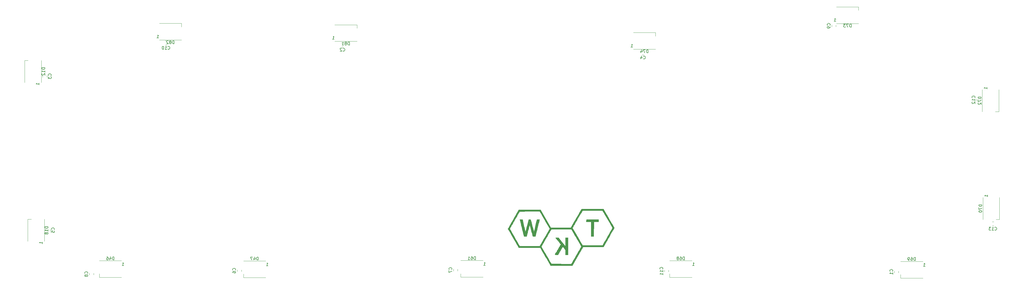
<source format=gbr>
G04 #@! TF.GenerationSoftware,KiCad,Pcbnew,5.1.5+dfsg1-2build2*
G04 #@! TF.CreationDate,2020-08-15T11:38:24+01:00*
G04 #@! TF.ProjectId,stoutgatv2,73746f75-7467-4617-9476-322e6b696361,0.2*
G04 #@! TF.SameCoordinates,Original*
G04 #@! TF.FileFunction,Legend,Bot*
G04 #@! TF.FilePolarity,Positive*
%FSLAX46Y46*%
G04 Gerber Fmt 4.6, Leading zero omitted, Abs format (unit mm)*
G04 Created by KiCad (PCBNEW 5.1.5+dfsg1-2build2) date 2020-08-15 11:38:24*
%MOMM*%
%LPD*%
G04 APERTURE LIST*
%ADD10C,0.010000*%
%ADD11C,0.120000*%
%ADD12C,0.150000*%
G04 APERTURE END LIST*
D10*
G36*
X251081823Y-163472267D02*
G01*
X249092156Y-163487100D01*
X249058776Y-164249100D01*
X250644378Y-164249100D01*
X250644378Y-169103322D01*
X251489833Y-169103322D01*
X251519267Y-164277322D01*
X253071489Y-164245914D01*
X253071489Y-163457434D01*
X251081823Y-163472267D01*
G37*
X251081823Y-163472267D02*
X249092156Y-163487100D01*
X249058776Y-164249100D01*
X250644378Y-164249100D01*
X250644378Y-169103322D01*
X251489833Y-169103322D01*
X251519267Y-164277322D01*
X253071489Y-164245914D01*
X253071489Y-163457434D01*
X251081823Y-163472267D01*
G36*
X230365655Y-163470123D02*
G01*
X230073085Y-163487100D01*
X229531787Y-165560452D01*
X229409838Y-166025636D01*
X229296109Y-166455792D01*
X229193864Y-166838839D01*
X229106372Y-167162699D01*
X229036899Y-167415289D01*
X228988713Y-167584531D01*
X228965080Y-167658344D01*
X228963873Y-167660420D01*
X228946098Y-167613345D01*
X228906833Y-167467745D01*
X228848882Y-167235335D01*
X228775051Y-166927833D01*
X228688144Y-166556955D01*
X228590967Y-166134420D01*
X228486324Y-165671944D01*
X228464136Y-165572956D01*
X227991013Y-163458878D01*
X227121865Y-163458878D01*
X227191440Y-163755211D01*
X227250133Y-164002543D01*
X227326498Y-164320256D01*
X227417395Y-164695611D01*
X227519683Y-165115869D01*
X227630222Y-165568292D01*
X227745872Y-166040140D01*
X227863493Y-166518676D01*
X227979945Y-166991160D01*
X228092086Y-167444854D01*
X228196778Y-167867019D01*
X228290879Y-168244918D01*
X228371249Y-168565810D01*
X228434750Y-168816957D01*
X228478239Y-168985621D01*
X228498576Y-169059063D01*
X228499378Y-169060989D01*
X228564262Y-169081699D01*
X228711503Y-169096784D01*
X228910601Y-169103263D01*
X228932319Y-169103322D01*
X229339819Y-169103322D01*
X229444705Y-168694100D01*
X229529647Y-168365398D01*
X229626126Y-167996590D01*
X229730123Y-167602589D01*
X229837619Y-167198306D01*
X229944595Y-166798655D01*
X230047033Y-166418546D01*
X230140912Y-166072893D01*
X230222215Y-165776608D01*
X230286922Y-165544603D01*
X230331015Y-165391791D01*
X230350474Y-165333083D01*
X230350536Y-165333017D01*
X230376952Y-165367603D01*
X230417731Y-165481390D01*
X230438995Y-165555736D01*
X230472541Y-165679643D01*
X230530975Y-165893708D01*
X230609166Y-166179263D01*
X230701984Y-166517641D01*
X230804295Y-166890177D01*
X230910971Y-167278201D01*
X231016878Y-167663049D01*
X231116887Y-168026052D01*
X231205867Y-168348543D01*
X231278685Y-168611857D01*
X231317176Y-168750544D01*
X231415331Y-169103322D01*
X231831182Y-169103322D01*
X232082320Y-169094406D01*
X232227123Y-169067100D01*
X232269501Y-169032767D01*
X232293418Y-168944198D01*
X232333884Y-168781950D01*
X232378762Y-168595322D01*
X232411588Y-168458567D01*
X232467814Y-168226606D01*
X232543920Y-167913868D01*
X232636387Y-167534779D01*
X232741695Y-167103767D01*
X232856324Y-166635258D01*
X232976756Y-166143680D01*
X232998456Y-166055171D01*
X233117394Y-165568887D01*
X233229101Y-165109807D01*
X233330405Y-164691143D01*
X233418132Y-164326107D01*
X233489113Y-164027910D01*
X233540173Y-163809765D01*
X233568141Y-163684883D01*
X233571039Y-163670393D01*
X233610720Y-163458878D01*
X232761603Y-163458878D01*
X232649096Y-163952767D01*
X232606714Y-164139594D01*
X232544115Y-164416596D01*
X232465799Y-164763797D01*
X232376270Y-165161223D01*
X232280030Y-165588899D01*
X232181582Y-166026850D01*
X232178372Y-166041134D01*
X232085791Y-166447648D01*
X231999506Y-166815938D01*
X231922928Y-167132276D01*
X231859466Y-167382937D01*
X231812529Y-167554193D01*
X231785527Y-167632318D01*
X231782308Y-167635689D01*
X231746286Y-167586914D01*
X231708904Y-167467827D01*
X231705474Y-167452322D01*
X231681387Y-167351521D01*
X231632855Y-167158260D01*
X231564223Y-166889237D01*
X231479839Y-166561147D01*
X231384048Y-166190688D01*
X231281198Y-165794555D01*
X231175634Y-165389445D01*
X231071704Y-164992055D01*
X230973753Y-164619080D01*
X230886128Y-164287217D01*
X230813176Y-164013162D01*
X230759244Y-163813612D01*
X230742274Y-163752345D01*
X230658225Y-163453145D01*
X230365655Y-163470123D01*
G37*
X230365655Y-163470123D02*
X230073085Y-163487100D01*
X229531787Y-165560452D01*
X229409838Y-166025636D01*
X229296109Y-166455792D01*
X229193864Y-166838839D01*
X229106372Y-167162699D01*
X229036899Y-167415289D01*
X228988713Y-167584531D01*
X228965080Y-167658344D01*
X228963873Y-167660420D01*
X228946098Y-167613345D01*
X228906833Y-167467745D01*
X228848882Y-167235335D01*
X228775051Y-166927833D01*
X228688144Y-166556955D01*
X228590967Y-166134420D01*
X228486324Y-165671944D01*
X228464136Y-165572956D01*
X227991013Y-163458878D01*
X227121865Y-163458878D01*
X227191440Y-163755211D01*
X227250133Y-164002543D01*
X227326498Y-164320256D01*
X227417395Y-164695611D01*
X227519683Y-165115869D01*
X227630222Y-165568292D01*
X227745872Y-166040140D01*
X227863493Y-166518676D01*
X227979945Y-166991160D01*
X228092086Y-167444854D01*
X228196778Y-167867019D01*
X228290879Y-168244918D01*
X228371249Y-168565810D01*
X228434750Y-168816957D01*
X228478239Y-168985621D01*
X228498576Y-169059063D01*
X228499378Y-169060989D01*
X228564262Y-169081699D01*
X228711503Y-169096784D01*
X228910601Y-169103263D01*
X228932319Y-169103322D01*
X229339819Y-169103322D01*
X229444705Y-168694100D01*
X229529647Y-168365398D01*
X229626126Y-167996590D01*
X229730123Y-167602589D01*
X229837619Y-167198306D01*
X229944595Y-166798655D01*
X230047033Y-166418546D01*
X230140912Y-166072893D01*
X230222215Y-165776608D01*
X230286922Y-165544603D01*
X230331015Y-165391791D01*
X230350474Y-165333083D01*
X230350536Y-165333017D01*
X230376952Y-165367603D01*
X230417731Y-165481390D01*
X230438995Y-165555736D01*
X230472541Y-165679643D01*
X230530975Y-165893708D01*
X230609166Y-166179263D01*
X230701984Y-166517641D01*
X230804295Y-166890177D01*
X230910971Y-167278201D01*
X231016878Y-167663049D01*
X231116887Y-168026052D01*
X231205867Y-168348543D01*
X231278685Y-168611857D01*
X231317176Y-168750544D01*
X231415331Y-169103322D01*
X231831182Y-169103322D01*
X232082320Y-169094406D01*
X232227123Y-169067100D01*
X232269501Y-169032767D01*
X232293418Y-168944198D01*
X232333884Y-168781950D01*
X232378762Y-168595322D01*
X232411588Y-168458567D01*
X232467814Y-168226606D01*
X232543920Y-167913868D01*
X232636387Y-167534779D01*
X232741695Y-167103767D01*
X232856324Y-166635258D01*
X232976756Y-166143680D01*
X232998456Y-166055171D01*
X233117394Y-165568887D01*
X233229101Y-165109807D01*
X233330405Y-164691143D01*
X233418132Y-164326107D01*
X233489113Y-164027910D01*
X233540173Y-163809765D01*
X233568141Y-163684883D01*
X233571039Y-163670393D01*
X233610720Y-163458878D01*
X232761603Y-163458878D01*
X232649096Y-163952767D01*
X232606714Y-164139594D01*
X232544115Y-164416596D01*
X232465799Y-164763797D01*
X232376270Y-165161223D01*
X232280030Y-165588899D01*
X232181582Y-166026850D01*
X232178372Y-166041134D01*
X232085791Y-166447648D01*
X231999506Y-166815938D01*
X231922928Y-167132276D01*
X231859466Y-167382937D01*
X231812529Y-167554193D01*
X231785527Y-167632318D01*
X231782308Y-167635689D01*
X231746286Y-167586914D01*
X231708904Y-167467827D01*
X231705474Y-167452322D01*
X231681387Y-167351521D01*
X231632855Y-167158260D01*
X231564223Y-166889237D01*
X231479839Y-166561147D01*
X231384048Y-166190688D01*
X231281198Y-165794555D01*
X231175634Y-165389445D01*
X231071704Y-164992055D01*
X230973753Y-164619080D01*
X230886128Y-164287217D01*
X230813176Y-164013162D01*
X230759244Y-163813612D01*
X230742274Y-163752345D01*
X230658225Y-163453145D01*
X230365655Y-163470123D01*
G36*
X242177712Y-170909544D02*
G01*
X242176094Y-171295170D01*
X242171544Y-171640515D01*
X242164515Y-171930483D01*
X242155459Y-172149982D01*
X242144831Y-172283917D01*
X242135378Y-172319318D01*
X242091527Y-172276148D01*
X241987136Y-172154411D01*
X241830839Y-171964750D01*
X241631271Y-171717810D01*
X241397068Y-171424235D01*
X241136864Y-171094669D01*
X240992378Y-170910341D01*
X239891712Y-169502702D01*
X239393119Y-169500567D01*
X239158205Y-169505205D01*
X238993095Y-169520052D01*
X238916189Y-169543124D01*
X238913341Y-169552314D01*
X238953140Y-169609481D01*
X239054674Y-169740816D01*
X239207717Y-169933508D01*
X239402042Y-170174746D01*
X239627422Y-170451719D01*
X239778823Y-170636446D01*
X240018126Y-170928450D01*
X240232711Y-171191845D01*
X240412390Y-171413997D01*
X240546974Y-171582273D01*
X240626274Y-171684040D01*
X240643247Y-171708283D01*
X240619557Y-171764912D01*
X240544158Y-171906644D01*
X240423660Y-172121920D01*
X240264672Y-172399183D01*
X240073802Y-172726876D01*
X239857659Y-173093442D01*
X239692476Y-173370970D01*
X239460353Y-173760276D01*
X239246470Y-174120489D01*
X239057827Y-174439705D01*
X238901423Y-174706020D01*
X238784257Y-174907530D01*
X238713329Y-175032330D01*
X238695013Y-175067475D01*
X238704010Y-175104632D01*
X238776626Y-175127814D01*
X238929458Y-175139676D01*
X239166577Y-175142878D01*
X239667076Y-175142878D01*
X240454357Y-173816433D01*
X240661966Y-173468562D01*
X240851407Y-173154789D01*
X241014972Y-172887592D01*
X241144952Y-172679445D01*
X241233636Y-172542824D01*
X241273317Y-172490205D01*
X241274031Y-172489989D01*
X241320103Y-172531184D01*
X241422005Y-172643488D01*
X241564895Y-172809977D01*
X241733931Y-173013728D01*
X241742068Y-173023689D01*
X242177712Y-173557389D01*
X242177712Y-175142878D01*
X242967934Y-175142878D01*
X242967934Y-169498433D01*
X242177712Y-169498433D01*
X242177712Y-170909544D01*
G37*
X242177712Y-170909544D02*
X242176094Y-171295170D01*
X242171544Y-171640515D01*
X242164515Y-171930483D01*
X242155459Y-172149982D01*
X242144831Y-172283917D01*
X242135378Y-172319318D01*
X242091527Y-172276148D01*
X241987136Y-172154411D01*
X241830839Y-171964750D01*
X241631271Y-171717810D01*
X241397068Y-171424235D01*
X241136864Y-171094669D01*
X240992378Y-170910341D01*
X239891712Y-169502702D01*
X239393119Y-169500567D01*
X239158205Y-169505205D01*
X238993095Y-169520052D01*
X238916189Y-169543124D01*
X238913341Y-169552314D01*
X238953140Y-169609481D01*
X239054674Y-169740816D01*
X239207717Y-169933508D01*
X239402042Y-170174746D01*
X239627422Y-170451719D01*
X239778823Y-170636446D01*
X240018126Y-170928450D01*
X240232711Y-171191845D01*
X240412390Y-171413997D01*
X240546974Y-171582273D01*
X240626274Y-171684040D01*
X240643247Y-171708283D01*
X240619557Y-171764912D01*
X240544158Y-171906644D01*
X240423660Y-172121920D01*
X240264672Y-172399183D01*
X240073802Y-172726876D01*
X239857659Y-173093442D01*
X239692476Y-173370970D01*
X239460353Y-173760276D01*
X239246470Y-174120489D01*
X239057827Y-174439705D01*
X238901423Y-174706020D01*
X238784257Y-174907530D01*
X238713329Y-175032330D01*
X238695013Y-175067475D01*
X238704010Y-175104632D01*
X238776626Y-175127814D01*
X238929458Y-175139676D01*
X239166577Y-175142878D01*
X239667076Y-175142878D01*
X240454357Y-173816433D01*
X240661966Y-173468562D01*
X240851407Y-173154789D01*
X241014972Y-172887592D01*
X241144952Y-172679445D01*
X241233636Y-172542824D01*
X241273317Y-172490205D01*
X241274031Y-172489989D01*
X241320103Y-172531184D01*
X241422005Y-172643488D01*
X241564895Y-172809977D01*
X241733931Y-173013728D01*
X241742068Y-173023689D01*
X242177712Y-173557389D01*
X242177712Y-175142878D01*
X242967934Y-175142878D01*
X242967934Y-169498433D01*
X242177712Y-169498433D01*
X242177712Y-170909544D01*
G36*
X246913596Y-161045878D02*
G01*
X246748312Y-161331684D01*
X246537107Y-161697095D01*
X246290480Y-162123936D01*
X246018929Y-162594032D01*
X245732954Y-163089208D01*
X245443051Y-163591290D01*
X245159721Y-164082103D01*
X245136661Y-164122055D01*
X243955712Y-166168122D01*
X237351712Y-166166746D01*
X235660063Y-163232367D01*
X233968414Y-160297989D01*
X226795422Y-160297989D01*
X226508487Y-160791878D01*
X226100548Y-161494870D01*
X225704292Y-162179329D01*
X225323556Y-162838535D01*
X224962177Y-163465769D01*
X224623993Y-164054311D01*
X224312841Y-164597443D01*
X224032559Y-165088444D01*
X223786984Y-165520597D01*
X223579953Y-165887180D01*
X223415304Y-166181475D01*
X223296875Y-166396763D01*
X223228502Y-166526325D01*
X223212378Y-166563322D01*
X223240144Y-166623242D01*
X223320883Y-166773995D01*
X223450757Y-167008862D01*
X223625930Y-167321123D01*
X223842563Y-167704059D01*
X224096820Y-168150951D01*
X224384863Y-168655080D01*
X224702854Y-169209725D01*
X225046956Y-169808168D01*
X225413332Y-170443690D01*
X225798143Y-171109571D01*
X226197554Y-171799092D01*
X226508487Y-172334767D01*
X226795422Y-172828656D01*
X233852156Y-172829816D01*
X234166243Y-173379569D01*
X234258842Y-173541093D01*
X234400745Y-173787883D01*
X234584763Y-174107469D01*
X234803707Y-174487380D01*
X235050389Y-174915145D01*
X235317618Y-175378295D01*
X235598207Y-175864358D01*
X235857950Y-176314100D01*
X237235570Y-178698878D01*
X244410294Y-178698878D01*
X246186780Y-175622849D01*
X247963267Y-172546820D01*
X251323474Y-172546626D01*
X254683680Y-172546433D01*
X254745744Y-172438819D01*
X247436094Y-172438819D01*
X247188425Y-172873626D01*
X247017480Y-173172914D01*
X246814437Y-173527032D01*
X246585830Y-173924696D01*
X246338191Y-174354624D01*
X246078055Y-174805532D01*
X245811955Y-175266138D01*
X245546424Y-175725160D01*
X245287996Y-176171313D01*
X245043203Y-176593316D01*
X244818579Y-176979885D01*
X244620658Y-177319739D01*
X244455974Y-177601593D01*
X244331058Y-177814165D01*
X244252445Y-177946172D01*
X244231754Y-177979665D01*
X244094620Y-178191786D01*
X237523752Y-178162656D01*
X237319658Y-177823989D01*
X237235252Y-177681774D01*
X237104791Y-177459229D01*
X236938481Y-177173897D01*
X236746529Y-176843316D01*
X236539142Y-176485028D01*
X236367170Y-176187100D01*
X236112783Y-175745813D01*
X235827193Y-175250381D01*
X235530664Y-174735960D01*
X235243463Y-174237708D01*
X234985853Y-173790781D01*
X234912548Y-173663600D01*
X234206321Y-172438322D01*
X235746490Y-169768933D01*
X236040326Y-169259974D01*
X236320626Y-168775056D01*
X236581687Y-168324006D01*
X236817806Y-167916651D01*
X237023280Y-167562817D01*
X237192404Y-167272330D01*
X237319475Y-167055017D01*
X237398791Y-166920705D01*
X237418958Y-166887423D01*
X237551257Y-166675302D01*
X240836936Y-166689868D01*
X244122614Y-166704433D01*
X245055163Y-168317387D01*
X245324933Y-168784045D01*
X245617023Y-169289414D01*
X245915887Y-169806590D01*
X246205981Y-170308672D01*
X246471761Y-170768759D01*
X246697681Y-171159949D01*
X246711903Y-171184580D01*
X247436094Y-172438819D01*
X254745744Y-172438819D01*
X255863745Y-170500322D01*
X256148170Y-170007454D01*
X256442116Y-169498621D01*
X256734704Y-168992619D01*
X257015055Y-168508246D01*
X257272288Y-168064298D01*
X257495525Y-167679570D01*
X257673886Y-167372860D01*
X257681996Y-167358941D01*
X257903048Y-166973063D01*
X258075442Y-166658209D01*
X258196076Y-166420469D01*
X258261852Y-166265934D01*
X258267505Y-166225317D01*
X257669270Y-166225317D01*
X257649844Y-166295552D01*
X257576960Y-166453895D01*
X257455245Y-166691659D01*
X257289328Y-167000155D01*
X257083838Y-167370695D01*
X256843404Y-167794589D01*
X256707073Y-168031539D01*
X256437017Y-168498956D01*
X256151346Y-168993692D01*
X255863501Y-169492448D01*
X255586923Y-169971925D01*
X255335056Y-170408823D01*
X255121341Y-170779845D01*
X255055195Y-170894775D01*
X254397934Y-172037116D01*
X251097245Y-172023664D01*
X247796556Y-172010211D01*
X247028643Y-170683767D01*
X246787028Y-170266340D01*
X246506220Y-169781075D01*
X246203518Y-169257873D01*
X245896218Y-168726635D01*
X245601619Y-168217259D01*
X245371824Y-167819850D01*
X244644302Y-166561511D01*
X236995834Y-166561511D01*
X235456521Y-169229416D01*
X235162766Y-169738236D01*
X234882546Y-170223015D01*
X234621565Y-170673924D01*
X234385531Y-171081133D01*
X234180146Y-171434812D01*
X234011118Y-171725131D01*
X233884152Y-171942261D01*
X233804952Y-172076371D01*
X233784910Y-172109443D01*
X233652611Y-172321564D01*
X230366147Y-172306999D01*
X227079683Y-172292433D01*
X226762588Y-171756211D01*
X226514247Y-171334420D01*
X226248883Y-170880419D01*
X225972187Y-170404219D01*
X225689854Y-169915829D01*
X225407577Y-169425257D01*
X225131051Y-168942514D01*
X224865969Y-168477610D01*
X224618025Y-168040553D01*
X224392913Y-167641353D01*
X224196327Y-167290020D01*
X224033959Y-166996563D01*
X223911505Y-166770992D01*
X223834658Y-166623316D01*
X223809077Y-166564044D01*
X223836523Y-166500994D01*
X223915073Y-166350369D01*
X224039045Y-166122159D01*
X224202758Y-165826358D01*
X224400528Y-165472954D01*
X224626673Y-165071941D01*
X224875513Y-164633309D01*
X225141363Y-164167049D01*
X225418543Y-163683153D01*
X225701370Y-163191612D01*
X225984162Y-162702417D01*
X226261237Y-162225560D01*
X226526913Y-161771031D01*
X226762731Y-161370433D01*
X227079683Y-160834211D01*
X230366040Y-160819646D01*
X233652397Y-160805080D01*
X233789532Y-161017201D01*
X233840898Y-161101833D01*
X233942040Y-161273026D01*
X234086423Y-161519500D01*
X234267516Y-161829973D01*
X234478786Y-162193163D01*
X234713701Y-162597788D01*
X234965727Y-163032567D01*
X235228332Y-163486218D01*
X235494984Y-163947460D01*
X235759149Y-164405010D01*
X236014296Y-164847588D01*
X236253891Y-165263911D01*
X236471403Y-165642699D01*
X236660297Y-165972669D01*
X236747184Y-166124972D01*
X236995834Y-166561511D01*
X244644302Y-166561511D01*
X244482918Y-166282378D01*
X244666702Y-165957183D01*
X244761471Y-165790699D01*
X244904797Y-165540502D01*
X245088621Y-165220544D01*
X245304887Y-164844777D01*
X245545536Y-164427156D01*
X245802511Y-163981633D01*
X246067753Y-163522160D01*
X246333206Y-163062690D01*
X246590810Y-162617176D01*
X246832509Y-162199571D01*
X247050245Y-161823828D01*
X247235959Y-161503899D01*
X247381594Y-161253737D01*
X247478553Y-161088211D01*
X247794809Y-160551989D01*
X254397059Y-160551989D01*
X254714162Y-161088211D01*
X254851363Y-161321529D01*
X255024550Y-161618117D01*
X255227363Y-161966919D01*
X255453443Y-162356880D01*
X255696430Y-162776946D01*
X255949965Y-163216061D01*
X256207689Y-163663171D01*
X256463242Y-164107221D01*
X256710265Y-164537156D01*
X256942399Y-164941920D01*
X257153285Y-165310459D01*
X257336562Y-165631718D01*
X257485873Y-165894643D01*
X257594856Y-166088177D01*
X257657154Y-166201267D01*
X257669270Y-166225317D01*
X258267505Y-166225317D01*
X258270775Y-166201830D01*
X258232585Y-166140832D01*
X258144352Y-165992735D01*
X258012347Y-165768279D01*
X257842843Y-165478206D01*
X257642109Y-165133256D01*
X257416417Y-164744170D01*
X257172038Y-164321689D01*
X257081239Y-164164433D01*
X256824946Y-163720535D01*
X256579507Y-163295803D01*
X256352202Y-162902807D01*
X256150310Y-162554117D01*
X255981112Y-162262305D01*
X255851886Y-162039941D01*
X255769912Y-161899595D01*
X255757439Y-161878433D01*
X255663321Y-161717803D01*
X255528527Y-161485707D01*
X255368412Y-161208682D01*
X255198332Y-160913262D01*
X255128651Y-160791878D01*
X254683532Y-160015767D01*
X247509581Y-160015767D01*
X246913596Y-161045878D01*
G37*
X246913596Y-161045878D02*
X246748312Y-161331684D01*
X246537107Y-161697095D01*
X246290480Y-162123936D01*
X246018929Y-162594032D01*
X245732954Y-163089208D01*
X245443051Y-163591290D01*
X245159721Y-164082103D01*
X245136661Y-164122055D01*
X243955712Y-166168122D01*
X237351712Y-166166746D01*
X235660063Y-163232367D01*
X233968414Y-160297989D01*
X226795422Y-160297989D01*
X226508487Y-160791878D01*
X226100548Y-161494870D01*
X225704292Y-162179329D01*
X225323556Y-162838535D01*
X224962177Y-163465769D01*
X224623993Y-164054311D01*
X224312841Y-164597443D01*
X224032559Y-165088444D01*
X223786984Y-165520597D01*
X223579953Y-165887180D01*
X223415304Y-166181475D01*
X223296875Y-166396763D01*
X223228502Y-166526325D01*
X223212378Y-166563322D01*
X223240144Y-166623242D01*
X223320883Y-166773995D01*
X223450757Y-167008862D01*
X223625930Y-167321123D01*
X223842563Y-167704059D01*
X224096820Y-168150951D01*
X224384863Y-168655080D01*
X224702854Y-169209725D01*
X225046956Y-169808168D01*
X225413332Y-170443690D01*
X225798143Y-171109571D01*
X226197554Y-171799092D01*
X226508487Y-172334767D01*
X226795422Y-172828656D01*
X233852156Y-172829816D01*
X234166243Y-173379569D01*
X234258842Y-173541093D01*
X234400745Y-173787883D01*
X234584763Y-174107469D01*
X234803707Y-174487380D01*
X235050389Y-174915145D01*
X235317618Y-175378295D01*
X235598207Y-175864358D01*
X235857950Y-176314100D01*
X237235570Y-178698878D01*
X244410294Y-178698878D01*
X246186780Y-175622849D01*
X247963267Y-172546820D01*
X251323474Y-172546626D01*
X254683680Y-172546433D01*
X254745744Y-172438819D01*
X247436094Y-172438819D01*
X247188425Y-172873626D01*
X247017480Y-173172914D01*
X246814437Y-173527032D01*
X246585830Y-173924696D01*
X246338191Y-174354624D01*
X246078055Y-174805532D01*
X245811955Y-175266138D01*
X245546424Y-175725160D01*
X245287996Y-176171313D01*
X245043203Y-176593316D01*
X244818579Y-176979885D01*
X244620658Y-177319739D01*
X244455974Y-177601593D01*
X244331058Y-177814165D01*
X244252445Y-177946172D01*
X244231754Y-177979665D01*
X244094620Y-178191786D01*
X237523752Y-178162656D01*
X237319658Y-177823989D01*
X237235252Y-177681774D01*
X237104791Y-177459229D01*
X236938481Y-177173897D01*
X236746529Y-176843316D01*
X236539142Y-176485028D01*
X236367170Y-176187100D01*
X236112783Y-175745813D01*
X235827193Y-175250381D01*
X235530664Y-174735960D01*
X235243463Y-174237708D01*
X234985853Y-173790781D01*
X234912548Y-173663600D01*
X234206321Y-172438322D01*
X235746490Y-169768933D01*
X236040326Y-169259974D01*
X236320626Y-168775056D01*
X236581687Y-168324006D01*
X236817806Y-167916651D01*
X237023280Y-167562817D01*
X237192404Y-167272330D01*
X237319475Y-167055017D01*
X237398791Y-166920705D01*
X237418958Y-166887423D01*
X237551257Y-166675302D01*
X240836936Y-166689868D01*
X244122614Y-166704433D01*
X245055163Y-168317387D01*
X245324933Y-168784045D01*
X245617023Y-169289414D01*
X245915887Y-169806590D01*
X246205981Y-170308672D01*
X246471761Y-170768759D01*
X246697681Y-171159949D01*
X246711903Y-171184580D01*
X247436094Y-172438819D01*
X254745744Y-172438819D01*
X255863745Y-170500322D01*
X256148170Y-170007454D01*
X256442116Y-169498621D01*
X256734704Y-168992619D01*
X257015055Y-168508246D01*
X257272288Y-168064298D01*
X257495525Y-167679570D01*
X257673886Y-167372860D01*
X257681996Y-167358941D01*
X257903048Y-166973063D01*
X258075442Y-166658209D01*
X258196076Y-166420469D01*
X258261852Y-166265934D01*
X258267505Y-166225317D01*
X257669270Y-166225317D01*
X257649844Y-166295552D01*
X257576960Y-166453895D01*
X257455245Y-166691659D01*
X257289328Y-167000155D01*
X257083838Y-167370695D01*
X256843404Y-167794589D01*
X256707073Y-168031539D01*
X256437017Y-168498956D01*
X256151346Y-168993692D01*
X255863501Y-169492448D01*
X255586923Y-169971925D01*
X255335056Y-170408823D01*
X255121341Y-170779845D01*
X255055195Y-170894775D01*
X254397934Y-172037116D01*
X251097245Y-172023664D01*
X247796556Y-172010211D01*
X247028643Y-170683767D01*
X246787028Y-170266340D01*
X246506220Y-169781075D01*
X246203518Y-169257873D01*
X245896218Y-168726635D01*
X245601619Y-168217259D01*
X245371824Y-167819850D01*
X244644302Y-166561511D01*
X236995834Y-166561511D01*
X235456521Y-169229416D01*
X235162766Y-169738236D01*
X234882546Y-170223015D01*
X234621565Y-170673924D01*
X234385531Y-171081133D01*
X234180146Y-171434812D01*
X234011118Y-171725131D01*
X233884152Y-171942261D01*
X233804952Y-172076371D01*
X233784910Y-172109443D01*
X233652611Y-172321564D01*
X230366147Y-172306999D01*
X227079683Y-172292433D01*
X226762588Y-171756211D01*
X226514247Y-171334420D01*
X226248883Y-170880419D01*
X225972187Y-170404219D01*
X225689854Y-169915829D01*
X225407577Y-169425257D01*
X225131051Y-168942514D01*
X224865969Y-168477610D01*
X224618025Y-168040553D01*
X224392913Y-167641353D01*
X224196327Y-167290020D01*
X224033959Y-166996563D01*
X223911505Y-166770992D01*
X223834658Y-166623316D01*
X223809077Y-166564044D01*
X223836523Y-166500994D01*
X223915073Y-166350369D01*
X224039045Y-166122159D01*
X224202758Y-165826358D01*
X224400528Y-165472954D01*
X224626673Y-165071941D01*
X224875513Y-164633309D01*
X225141363Y-164167049D01*
X225418543Y-163683153D01*
X225701370Y-163191612D01*
X225984162Y-162702417D01*
X226261237Y-162225560D01*
X226526913Y-161771031D01*
X226762731Y-161370433D01*
X227079683Y-160834211D01*
X230366040Y-160819646D01*
X233652397Y-160805080D01*
X233789532Y-161017201D01*
X233840898Y-161101833D01*
X233942040Y-161273026D01*
X234086423Y-161519500D01*
X234267516Y-161829973D01*
X234478786Y-162193163D01*
X234713701Y-162597788D01*
X234965727Y-163032567D01*
X235228332Y-163486218D01*
X235494984Y-163947460D01*
X235759149Y-164405010D01*
X236014296Y-164847588D01*
X236253891Y-165263911D01*
X236471403Y-165642699D01*
X236660297Y-165972669D01*
X236747184Y-166124972D01*
X236995834Y-166561511D01*
X244644302Y-166561511D01*
X244482918Y-166282378D01*
X244666702Y-165957183D01*
X244761471Y-165790699D01*
X244904797Y-165540502D01*
X245088621Y-165220544D01*
X245304887Y-164844777D01*
X245545536Y-164427156D01*
X245802511Y-163981633D01*
X246067753Y-163522160D01*
X246333206Y-163062690D01*
X246590810Y-162617176D01*
X246832509Y-162199571D01*
X247050245Y-161823828D01*
X247235959Y-161503899D01*
X247381594Y-161253737D01*
X247478553Y-161088211D01*
X247794809Y-160551989D01*
X254397059Y-160551989D01*
X254714162Y-161088211D01*
X254851363Y-161321529D01*
X255024550Y-161618117D01*
X255227363Y-161966919D01*
X255453443Y-162356880D01*
X255696430Y-162776946D01*
X255949965Y-163216061D01*
X256207689Y-163663171D01*
X256463242Y-164107221D01*
X256710265Y-164537156D01*
X256942399Y-164941920D01*
X257153285Y-165310459D01*
X257336562Y-165631718D01*
X257485873Y-165894643D01*
X257594856Y-166088177D01*
X257657154Y-166201267D01*
X257669270Y-166225317D01*
X258267505Y-166225317D01*
X258270775Y-166201830D01*
X258232585Y-166140832D01*
X258144352Y-165992735D01*
X258012347Y-165768279D01*
X257842843Y-165478206D01*
X257642109Y-165133256D01*
X257416417Y-164744170D01*
X257172038Y-164321689D01*
X257081239Y-164164433D01*
X256824946Y-163720535D01*
X256579507Y-163295803D01*
X256352202Y-162902807D01*
X256150310Y-162554117D01*
X255981112Y-162262305D01*
X255851886Y-162039941D01*
X255769912Y-161899595D01*
X255757439Y-161878433D01*
X255663321Y-161717803D01*
X255528527Y-161485707D01*
X255368412Y-161208682D01*
X255198332Y-160913262D01*
X255128651Y-160791878D01*
X254683532Y-160015767D01*
X247509581Y-160015767D01*
X246913596Y-161045878D01*
D11*
X382928122Y-164212200D02*
X383445278Y-164212200D01*
X382928122Y-165632200D02*
X383445278Y-165632200D01*
X379220800Y-123670322D02*
X379220800Y-124187478D01*
X377800800Y-123670322D02*
X377800800Y-124187478D01*
X276223800Y-180286922D02*
X276223800Y-180804078D01*
X274803800Y-180286922D02*
X274803800Y-180804078D01*
X110129822Y-104420600D02*
X110646978Y-104420600D01*
X110129822Y-105840600D02*
X110646978Y-105840600D01*
X331443400Y-99205522D02*
X331443400Y-99722678D01*
X330023400Y-99205522D02*
X330023400Y-99722678D01*
X86511200Y-181302922D02*
X86511200Y-181820078D01*
X85091200Y-181302922D02*
X85091200Y-181820078D01*
X206627800Y-179956722D02*
X206627800Y-180473878D01*
X205207800Y-179956722D02*
X205207800Y-180473878D01*
X135279200Y-180185322D02*
X135279200Y-180702478D01*
X133859200Y-180185322D02*
X133859200Y-180702478D01*
X70765600Y-167314378D02*
X70765600Y-166797222D01*
X72185600Y-167314378D02*
X72185600Y-166797222D01*
X267459722Y-107621000D02*
X267976878Y-107621000D01*
X267459722Y-109041000D02*
X267976878Y-109041000D01*
X69724200Y-116385078D02*
X69724200Y-115867922D01*
X71144200Y-116385078D02*
X71144200Y-115867922D01*
X168348922Y-105030200D02*
X168866078Y-105030200D01*
X168348922Y-106450200D02*
X168866078Y-106450200D01*
X352093600Y-180566322D02*
X352093600Y-181083478D01*
X350673600Y-180566322D02*
X350673600Y-181083478D01*
X115497800Y-98672000D02*
X115497800Y-99822000D01*
X108197800Y-98672000D02*
X115497800Y-98672000D01*
X108197800Y-104172000D02*
X115497800Y-104172000D01*
X173384400Y-99104200D02*
X173384400Y-100254200D01*
X166084400Y-99104200D02*
X173384400Y-99104200D01*
X166084400Y-104604200D02*
X173384400Y-104604200D01*
X271874000Y-101694800D02*
X271874000Y-102844800D01*
X264574000Y-101694800D02*
X271874000Y-101694800D01*
X264574000Y-107194800D02*
X271874000Y-107194800D01*
X338879200Y-93185800D02*
X338879200Y-94335800D01*
X331579200Y-93185800D02*
X338879200Y-93185800D01*
X331579200Y-98685800D02*
X338879200Y-98685800D01*
X385147000Y-127856000D02*
X383997000Y-127856000D01*
X385147000Y-120556000D02*
X385147000Y-127856000D01*
X379647000Y-120556000D02*
X379647000Y-127856000D01*
X385375600Y-163492200D02*
X384225600Y-163492200D01*
X385375600Y-156192200D02*
X385375600Y-163492200D01*
X379875600Y-156192200D02*
X379875600Y-163492200D01*
X352762800Y-182861400D02*
X352762800Y-181711400D01*
X360062800Y-182861400D02*
X352762800Y-182861400D01*
X360062800Y-177361400D02*
X352762800Y-177361400D01*
X276576600Y-182633000D02*
X276576600Y-181483000D01*
X283876600Y-182633000D02*
X276576600Y-182633000D01*
X283876600Y-177133000D02*
X276576600Y-177133000D01*
X207652600Y-182556600D02*
X207652600Y-181406600D01*
X214952600Y-182556600D02*
X207652600Y-182556600D01*
X214952600Y-177056600D02*
X207652600Y-177056600D01*
X135973800Y-182709000D02*
X135973800Y-181559000D01*
X143273800Y-182709000D02*
X135973800Y-182709000D01*
X143273800Y-177209000D02*
X135973800Y-177209000D01*
X88399600Y-182632800D02*
X88399600Y-181482800D01*
X95699600Y-182632800D02*
X88399600Y-182632800D01*
X95699600Y-177132800D02*
X88399600Y-177132800D01*
X64788600Y-163431200D02*
X65938600Y-163431200D01*
X64788600Y-170731200D02*
X64788600Y-163431200D01*
X70288600Y-170731200D02*
X70288600Y-163431200D01*
X63747200Y-110878600D02*
X64897200Y-110878600D01*
X63747200Y-118178600D02*
X63747200Y-110878600D01*
X69247200Y-118178600D02*
X69247200Y-110878600D01*
D12*
X383829557Y-166929342D02*
X383877176Y-166976961D01*
X384020033Y-167024580D01*
X384115271Y-167024580D01*
X384258128Y-166976961D01*
X384353366Y-166881723D01*
X384400985Y-166786485D01*
X384448604Y-166596009D01*
X384448604Y-166453152D01*
X384400985Y-166262676D01*
X384353366Y-166167438D01*
X384258128Y-166072200D01*
X384115271Y-166024580D01*
X384020033Y-166024580D01*
X383877176Y-166072200D01*
X383829557Y-166119819D01*
X382877176Y-167024580D02*
X383448604Y-167024580D01*
X383162890Y-167024580D02*
X383162890Y-166024580D01*
X383258128Y-166167438D01*
X383353366Y-166262676D01*
X383448604Y-166310295D01*
X382543842Y-166024580D02*
X381924795Y-166024580D01*
X382258128Y-166405533D01*
X382115271Y-166405533D01*
X382020033Y-166453152D01*
X381972414Y-166500771D01*
X381924795Y-166596009D01*
X381924795Y-166834104D01*
X381972414Y-166929342D01*
X382020033Y-166976961D01*
X382115271Y-167024580D01*
X382400985Y-167024580D01*
X382496223Y-166976961D01*
X382543842Y-166929342D01*
X377217942Y-123286042D02*
X377265561Y-123238423D01*
X377313180Y-123095566D01*
X377313180Y-123000328D01*
X377265561Y-122857471D01*
X377170323Y-122762233D01*
X377075085Y-122714614D01*
X376884609Y-122666995D01*
X376741752Y-122666995D01*
X376551276Y-122714614D01*
X376456038Y-122762233D01*
X376360800Y-122857471D01*
X376313180Y-123000328D01*
X376313180Y-123095566D01*
X376360800Y-123238423D01*
X376408419Y-123286042D01*
X377313180Y-124238423D02*
X377313180Y-123666995D01*
X377313180Y-123952709D02*
X376313180Y-123952709D01*
X376456038Y-123857471D01*
X376551276Y-123762233D01*
X376598895Y-123666995D01*
X376408419Y-124619376D02*
X376360800Y-124666995D01*
X376313180Y-124762233D01*
X376313180Y-125000328D01*
X376360800Y-125095566D01*
X376408419Y-125143185D01*
X376503657Y-125190804D01*
X376598895Y-125190804D01*
X376741752Y-125143185D01*
X377313180Y-124571757D01*
X377313180Y-125190804D01*
X274220942Y-179902642D02*
X274268561Y-179855023D01*
X274316180Y-179712166D01*
X274316180Y-179616928D01*
X274268561Y-179474071D01*
X274173323Y-179378833D01*
X274078085Y-179331214D01*
X273887609Y-179283595D01*
X273744752Y-179283595D01*
X273554276Y-179331214D01*
X273459038Y-179378833D01*
X273363800Y-179474071D01*
X273316180Y-179616928D01*
X273316180Y-179712166D01*
X273363800Y-179855023D01*
X273411419Y-179902642D01*
X274316180Y-180855023D02*
X274316180Y-180283595D01*
X274316180Y-180569309D02*
X273316180Y-180569309D01*
X273459038Y-180474071D01*
X273554276Y-180378833D01*
X273601895Y-180283595D01*
X274316180Y-181807404D02*
X274316180Y-181235976D01*
X274316180Y-181521690D02*
X273316180Y-181521690D01*
X273459038Y-181426452D01*
X273554276Y-181331214D01*
X273601895Y-181235976D01*
X111031257Y-107137742D02*
X111078876Y-107185361D01*
X111221733Y-107232980D01*
X111316971Y-107232980D01*
X111459828Y-107185361D01*
X111555066Y-107090123D01*
X111602685Y-106994885D01*
X111650304Y-106804409D01*
X111650304Y-106661552D01*
X111602685Y-106471076D01*
X111555066Y-106375838D01*
X111459828Y-106280600D01*
X111316971Y-106232980D01*
X111221733Y-106232980D01*
X111078876Y-106280600D01*
X111031257Y-106328219D01*
X110078876Y-107232980D02*
X110650304Y-107232980D01*
X110364590Y-107232980D02*
X110364590Y-106232980D01*
X110459828Y-106375838D01*
X110555066Y-106471076D01*
X110650304Y-106518695D01*
X109459828Y-106232980D02*
X109364590Y-106232980D01*
X109269352Y-106280600D01*
X109221733Y-106328219D01*
X109174114Y-106423457D01*
X109126495Y-106613933D01*
X109126495Y-106852028D01*
X109174114Y-107042504D01*
X109221733Y-107137742D01*
X109269352Y-107185361D01*
X109364590Y-107232980D01*
X109459828Y-107232980D01*
X109555066Y-107185361D01*
X109602685Y-107137742D01*
X109650304Y-107042504D01*
X109697923Y-106852028D01*
X109697923Y-106613933D01*
X109650304Y-106423457D01*
X109602685Y-106328219D01*
X109555066Y-106280600D01*
X109459828Y-106232980D01*
X329440542Y-99297433D02*
X329488161Y-99249814D01*
X329535780Y-99106957D01*
X329535780Y-99011719D01*
X329488161Y-98868861D01*
X329392923Y-98773623D01*
X329297685Y-98726004D01*
X329107209Y-98678385D01*
X328964352Y-98678385D01*
X328773876Y-98726004D01*
X328678638Y-98773623D01*
X328583400Y-98868861D01*
X328535780Y-99011719D01*
X328535780Y-99106957D01*
X328583400Y-99249814D01*
X328631019Y-99297433D01*
X329535780Y-99773623D02*
X329535780Y-99964100D01*
X329488161Y-100059338D01*
X329440542Y-100106957D01*
X329297685Y-100202195D01*
X329107209Y-100249814D01*
X328726257Y-100249814D01*
X328631019Y-100202195D01*
X328583400Y-100154576D01*
X328535780Y-100059338D01*
X328535780Y-99868861D01*
X328583400Y-99773623D01*
X328631019Y-99726004D01*
X328726257Y-99678385D01*
X328964352Y-99678385D01*
X329059590Y-99726004D01*
X329107209Y-99773623D01*
X329154828Y-99868861D01*
X329154828Y-100059338D01*
X329107209Y-100154576D01*
X329059590Y-100202195D01*
X328964352Y-100249814D01*
X84508342Y-181394833D02*
X84555961Y-181347214D01*
X84603580Y-181204357D01*
X84603580Y-181109119D01*
X84555961Y-180966261D01*
X84460723Y-180871023D01*
X84365485Y-180823404D01*
X84175009Y-180775785D01*
X84032152Y-180775785D01*
X83841676Y-180823404D01*
X83746438Y-180871023D01*
X83651200Y-180966261D01*
X83603580Y-181109119D01*
X83603580Y-181204357D01*
X83651200Y-181347214D01*
X83698819Y-181394833D01*
X84032152Y-181966261D02*
X83984533Y-181871023D01*
X83936914Y-181823404D01*
X83841676Y-181775785D01*
X83794057Y-181775785D01*
X83698819Y-181823404D01*
X83651200Y-181871023D01*
X83603580Y-181966261D01*
X83603580Y-182156738D01*
X83651200Y-182251976D01*
X83698819Y-182299595D01*
X83794057Y-182347214D01*
X83841676Y-182347214D01*
X83936914Y-182299595D01*
X83984533Y-182251976D01*
X84032152Y-182156738D01*
X84032152Y-181966261D01*
X84079771Y-181871023D01*
X84127390Y-181823404D01*
X84222628Y-181775785D01*
X84413104Y-181775785D01*
X84508342Y-181823404D01*
X84555961Y-181871023D01*
X84603580Y-181966261D01*
X84603580Y-182156738D01*
X84555961Y-182251976D01*
X84508342Y-182299595D01*
X84413104Y-182347214D01*
X84222628Y-182347214D01*
X84127390Y-182299595D01*
X84079771Y-182251976D01*
X84032152Y-182156738D01*
X204624942Y-180048633D02*
X204672561Y-180001014D01*
X204720180Y-179858157D01*
X204720180Y-179762919D01*
X204672561Y-179620061D01*
X204577323Y-179524823D01*
X204482085Y-179477204D01*
X204291609Y-179429585D01*
X204148752Y-179429585D01*
X203958276Y-179477204D01*
X203863038Y-179524823D01*
X203767800Y-179620061D01*
X203720180Y-179762919D01*
X203720180Y-179858157D01*
X203767800Y-180001014D01*
X203815419Y-180048633D01*
X203720180Y-180381966D02*
X203720180Y-181048633D01*
X204720180Y-180620061D01*
X133276342Y-180277233D02*
X133323961Y-180229614D01*
X133371580Y-180086757D01*
X133371580Y-179991519D01*
X133323961Y-179848661D01*
X133228723Y-179753423D01*
X133133485Y-179705804D01*
X132943009Y-179658185D01*
X132800152Y-179658185D01*
X132609676Y-179705804D01*
X132514438Y-179753423D01*
X132419200Y-179848661D01*
X132371580Y-179991519D01*
X132371580Y-180086757D01*
X132419200Y-180229614D01*
X132466819Y-180277233D01*
X132371580Y-181134376D02*
X132371580Y-180943900D01*
X132419200Y-180848661D01*
X132466819Y-180801042D01*
X132609676Y-180705804D01*
X132800152Y-180658185D01*
X133181104Y-180658185D01*
X133276342Y-180705804D01*
X133323961Y-180753423D01*
X133371580Y-180848661D01*
X133371580Y-181039138D01*
X133323961Y-181134376D01*
X133276342Y-181181995D01*
X133181104Y-181229614D01*
X132943009Y-181229614D01*
X132847771Y-181181995D01*
X132800152Y-181134376D01*
X132752533Y-181039138D01*
X132752533Y-180848661D01*
X132800152Y-180753423D01*
X132847771Y-180705804D01*
X132943009Y-180658185D01*
X73482742Y-166889133D02*
X73530361Y-166841514D01*
X73577980Y-166698657D01*
X73577980Y-166603419D01*
X73530361Y-166460561D01*
X73435123Y-166365323D01*
X73339885Y-166317704D01*
X73149409Y-166270085D01*
X73006552Y-166270085D01*
X72816076Y-166317704D01*
X72720838Y-166365323D01*
X72625600Y-166460561D01*
X72577980Y-166603419D01*
X72577980Y-166698657D01*
X72625600Y-166841514D01*
X72673219Y-166889133D01*
X72577980Y-167793895D02*
X72577980Y-167317704D01*
X73054171Y-167270085D01*
X73006552Y-167317704D01*
X72958933Y-167412942D01*
X72958933Y-167651038D01*
X73006552Y-167746276D01*
X73054171Y-167793895D01*
X73149409Y-167841514D01*
X73387504Y-167841514D01*
X73482742Y-167793895D01*
X73530361Y-167746276D01*
X73577980Y-167651038D01*
X73577980Y-167412942D01*
X73530361Y-167317704D01*
X73482742Y-167270085D01*
X267884966Y-110338142D02*
X267932585Y-110385761D01*
X268075442Y-110433380D01*
X268170680Y-110433380D01*
X268313538Y-110385761D01*
X268408776Y-110290523D01*
X268456395Y-110195285D01*
X268504014Y-110004809D01*
X268504014Y-109861952D01*
X268456395Y-109671476D01*
X268408776Y-109576238D01*
X268313538Y-109481000D01*
X268170680Y-109433380D01*
X268075442Y-109433380D01*
X267932585Y-109481000D01*
X267884966Y-109528619D01*
X267027823Y-109766714D02*
X267027823Y-110433380D01*
X267265919Y-109385761D02*
X267504014Y-110100047D01*
X266884966Y-110100047D01*
X72441342Y-115959833D02*
X72488961Y-115912214D01*
X72536580Y-115769357D01*
X72536580Y-115674119D01*
X72488961Y-115531261D01*
X72393723Y-115436023D01*
X72298485Y-115388404D01*
X72108009Y-115340785D01*
X71965152Y-115340785D01*
X71774676Y-115388404D01*
X71679438Y-115436023D01*
X71584200Y-115531261D01*
X71536580Y-115674119D01*
X71536580Y-115769357D01*
X71584200Y-115912214D01*
X71631819Y-115959833D01*
X71536580Y-116293166D02*
X71536580Y-116912214D01*
X71917533Y-116578880D01*
X71917533Y-116721738D01*
X71965152Y-116816976D01*
X72012771Y-116864595D01*
X72108009Y-116912214D01*
X72346104Y-116912214D01*
X72441342Y-116864595D01*
X72488961Y-116816976D01*
X72536580Y-116721738D01*
X72536580Y-116436023D01*
X72488961Y-116340785D01*
X72441342Y-116293166D01*
X168774166Y-107747342D02*
X168821785Y-107794961D01*
X168964642Y-107842580D01*
X169059880Y-107842580D01*
X169202738Y-107794961D01*
X169297976Y-107699723D01*
X169345595Y-107604485D01*
X169393214Y-107414009D01*
X169393214Y-107271152D01*
X169345595Y-107080676D01*
X169297976Y-106985438D01*
X169202738Y-106890200D01*
X169059880Y-106842580D01*
X168964642Y-106842580D01*
X168821785Y-106890200D01*
X168774166Y-106937819D01*
X168393214Y-106937819D02*
X168345595Y-106890200D01*
X168250357Y-106842580D01*
X168012261Y-106842580D01*
X167917023Y-106890200D01*
X167869404Y-106937819D01*
X167821785Y-107033057D01*
X167821785Y-107128295D01*
X167869404Y-107271152D01*
X168440833Y-107842580D01*
X167821785Y-107842580D01*
X350090742Y-180658233D02*
X350138361Y-180610614D01*
X350185980Y-180467757D01*
X350185980Y-180372519D01*
X350138361Y-180229661D01*
X350043123Y-180134423D01*
X349947885Y-180086804D01*
X349757409Y-180039185D01*
X349614552Y-180039185D01*
X349424076Y-180086804D01*
X349328838Y-180134423D01*
X349233600Y-180229661D01*
X349185980Y-180372519D01*
X349185980Y-180467757D01*
X349233600Y-180610614D01*
X349281219Y-180658233D01*
X350185980Y-181610614D02*
X350185980Y-181039185D01*
X350185980Y-181324900D02*
X349185980Y-181324900D01*
X349328838Y-181229661D01*
X349424076Y-181134423D01*
X349471695Y-181039185D01*
X113062085Y-105374380D02*
X113062085Y-104374380D01*
X112823990Y-104374380D01*
X112681133Y-104422000D01*
X112585895Y-104517238D01*
X112538276Y-104612476D01*
X112490657Y-104802952D01*
X112490657Y-104945809D01*
X112538276Y-105136285D01*
X112585895Y-105231523D01*
X112681133Y-105326761D01*
X112823990Y-105374380D01*
X113062085Y-105374380D01*
X111919228Y-104802952D02*
X112014466Y-104755333D01*
X112062085Y-104707714D01*
X112109704Y-104612476D01*
X112109704Y-104564857D01*
X112062085Y-104469619D01*
X112014466Y-104422000D01*
X111919228Y-104374380D01*
X111728752Y-104374380D01*
X111633514Y-104422000D01*
X111585895Y-104469619D01*
X111538276Y-104564857D01*
X111538276Y-104612476D01*
X111585895Y-104707714D01*
X111633514Y-104755333D01*
X111728752Y-104802952D01*
X111919228Y-104802952D01*
X112014466Y-104850571D01*
X112062085Y-104898190D01*
X112109704Y-104993428D01*
X112109704Y-105183904D01*
X112062085Y-105279142D01*
X112014466Y-105326761D01*
X111919228Y-105374380D01*
X111728752Y-105374380D01*
X111633514Y-105326761D01*
X111585895Y-105279142D01*
X111538276Y-105183904D01*
X111538276Y-104993428D01*
X111585895Y-104898190D01*
X111633514Y-104850571D01*
X111728752Y-104802952D01*
X111157323Y-104469619D02*
X111109704Y-104422000D01*
X111014466Y-104374380D01*
X110776371Y-104374380D01*
X110681133Y-104422000D01*
X110633514Y-104469619D01*
X110585895Y-104564857D01*
X110585895Y-104660095D01*
X110633514Y-104802952D01*
X111204942Y-105374380D01*
X110585895Y-105374380D01*
X107412085Y-103474380D02*
X107983514Y-103474380D01*
X107697800Y-103474380D02*
X107697800Y-102474380D01*
X107793038Y-102617238D01*
X107888276Y-102712476D01*
X107983514Y-102760095D01*
X170948685Y-105806580D02*
X170948685Y-104806580D01*
X170710590Y-104806580D01*
X170567733Y-104854200D01*
X170472495Y-104949438D01*
X170424876Y-105044676D01*
X170377257Y-105235152D01*
X170377257Y-105378009D01*
X170424876Y-105568485D01*
X170472495Y-105663723D01*
X170567733Y-105758961D01*
X170710590Y-105806580D01*
X170948685Y-105806580D01*
X169805828Y-105235152D02*
X169901066Y-105187533D01*
X169948685Y-105139914D01*
X169996304Y-105044676D01*
X169996304Y-104997057D01*
X169948685Y-104901819D01*
X169901066Y-104854200D01*
X169805828Y-104806580D01*
X169615352Y-104806580D01*
X169520114Y-104854200D01*
X169472495Y-104901819D01*
X169424876Y-104997057D01*
X169424876Y-105044676D01*
X169472495Y-105139914D01*
X169520114Y-105187533D01*
X169615352Y-105235152D01*
X169805828Y-105235152D01*
X169901066Y-105282771D01*
X169948685Y-105330390D01*
X169996304Y-105425628D01*
X169996304Y-105616104D01*
X169948685Y-105711342D01*
X169901066Y-105758961D01*
X169805828Y-105806580D01*
X169615352Y-105806580D01*
X169520114Y-105758961D01*
X169472495Y-105711342D01*
X169424876Y-105616104D01*
X169424876Y-105425628D01*
X169472495Y-105330390D01*
X169520114Y-105282771D01*
X169615352Y-105235152D01*
X168472495Y-105806580D02*
X169043923Y-105806580D01*
X168758209Y-105806580D02*
X168758209Y-104806580D01*
X168853447Y-104949438D01*
X168948685Y-105044676D01*
X169043923Y-105092295D01*
X165298685Y-103906580D02*
X165870114Y-103906580D01*
X165584400Y-103906580D02*
X165584400Y-102906580D01*
X165679638Y-103049438D01*
X165774876Y-103144676D01*
X165870114Y-103192295D01*
X269438285Y-108397180D02*
X269438285Y-107397180D01*
X269200190Y-107397180D01*
X269057333Y-107444800D01*
X268962095Y-107540038D01*
X268914476Y-107635276D01*
X268866857Y-107825752D01*
X268866857Y-107968609D01*
X268914476Y-108159085D01*
X268962095Y-108254323D01*
X269057333Y-108349561D01*
X269200190Y-108397180D01*
X269438285Y-108397180D01*
X268533523Y-107397180D02*
X267866857Y-107397180D01*
X268295428Y-108397180D01*
X267057333Y-107730514D02*
X267057333Y-108397180D01*
X267295428Y-107349561D02*
X267533523Y-108063847D01*
X266914476Y-108063847D01*
X263788285Y-106497180D02*
X264359714Y-106497180D01*
X264074000Y-106497180D02*
X264074000Y-105497180D01*
X264169238Y-105640038D01*
X264264476Y-105735276D01*
X264359714Y-105782895D01*
X336443485Y-99888180D02*
X336443485Y-98888180D01*
X336205390Y-98888180D01*
X336062533Y-98935800D01*
X335967295Y-99031038D01*
X335919676Y-99126276D01*
X335872057Y-99316752D01*
X335872057Y-99459609D01*
X335919676Y-99650085D01*
X335967295Y-99745323D01*
X336062533Y-99840561D01*
X336205390Y-99888180D01*
X336443485Y-99888180D01*
X335538723Y-98888180D02*
X334872057Y-98888180D01*
X335300628Y-99888180D01*
X334586342Y-98888180D02*
X333967295Y-98888180D01*
X334300628Y-99269133D01*
X334157771Y-99269133D01*
X334062533Y-99316752D01*
X334014914Y-99364371D01*
X333967295Y-99459609D01*
X333967295Y-99697704D01*
X334014914Y-99792942D01*
X334062533Y-99840561D01*
X334157771Y-99888180D01*
X334443485Y-99888180D01*
X334538723Y-99840561D01*
X334586342Y-99792942D01*
X330793485Y-97988180D02*
X331364914Y-97988180D01*
X331079200Y-97988180D02*
X331079200Y-96988180D01*
X331174438Y-97131038D01*
X331269676Y-97226276D01*
X331364914Y-97273895D01*
X379349380Y-122991714D02*
X378349380Y-122991714D01*
X378349380Y-123229809D01*
X378397000Y-123372666D01*
X378492238Y-123467904D01*
X378587476Y-123515523D01*
X378777952Y-123563142D01*
X378920809Y-123563142D01*
X379111285Y-123515523D01*
X379206523Y-123467904D01*
X379301761Y-123372666D01*
X379349380Y-123229809D01*
X379349380Y-122991714D01*
X378349380Y-123896476D02*
X378349380Y-124563142D01*
X379349380Y-124134571D01*
X378444619Y-124896476D02*
X378397000Y-124944095D01*
X378349380Y-125039333D01*
X378349380Y-125277428D01*
X378397000Y-125372666D01*
X378444619Y-125420285D01*
X378539857Y-125467904D01*
X378635095Y-125467904D01*
X378777952Y-125420285D01*
X379349380Y-124848857D01*
X379349380Y-125467904D01*
X381249380Y-120341714D02*
X381249380Y-119770285D01*
X381249380Y-120056000D02*
X380249380Y-120056000D01*
X380392238Y-119960761D01*
X380487476Y-119865523D01*
X380535095Y-119770285D01*
X379577980Y-158627914D02*
X378577980Y-158627914D01*
X378577980Y-158866009D01*
X378625600Y-159008866D01*
X378720838Y-159104104D01*
X378816076Y-159151723D01*
X379006552Y-159199342D01*
X379149409Y-159199342D01*
X379339885Y-159151723D01*
X379435123Y-159104104D01*
X379530361Y-159008866D01*
X379577980Y-158866009D01*
X379577980Y-158627914D01*
X378577980Y-159532676D02*
X378577980Y-160199342D01*
X379577980Y-159770771D01*
X378577980Y-160770771D02*
X378577980Y-160866009D01*
X378625600Y-160961247D01*
X378673219Y-161008866D01*
X378768457Y-161056485D01*
X378958933Y-161104104D01*
X379197028Y-161104104D01*
X379387504Y-161056485D01*
X379482742Y-161008866D01*
X379530361Y-160961247D01*
X379577980Y-160866009D01*
X379577980Y-160770771D01*
X379530361Y-160675533D01*
X379482742Y-160627914D01*
X379387504Y-160580295D01*
X379197028Y-160532676D01*
X378958933Y-160532676D01*
X378768457Y-160580295D01*
X378673219Y-160627914D01*
X378625600Y-160675533D01*
X378577980Y-160770771D01*
X381477980Y-155977914D02*
X381477980Y-155406485D01*
X381477980Y-155692200D02*
X380477980Y-155692200D01*
X380620838Y-155596961D01*
X380716076Y-155501723D01*
X380763695Y-155406485D01*
X357627085Y-177063780D02*
X357627085Y-176063780D01*
X357388990Y-176063780D01*
X357246133Y-176111400D01*
X357150895Y-176206638D01*
X357103276Y-176301876D01*
X357055657Y-176492352D01*
X357055657Y-176635209D01*
X357103276Y-176825685D01*
X357150895Y-176920923D01*
X357246133Y-177016161D01*
X357388990Y-177063780D01*
X357627085Y-177063780D01*
X356198514Y-176063780D02*
X356388990Y-176063780D01*
X356484228Y-176111400D01*
X356531847Y-176159019D01*
X356627085Y-176301876D01*
X356674704Y-176492352D01*
X356674704Y-176873304D01*
X356627085Y-176968542D01*
X356579466Y-177016161D01*
X356484228Y-177063780D01*
X356293752Y-177063780D01*
X356198514Y-177016161D01*
X356150895Y-176968542D01*
X356103276Y-176873304D01*
X356103276Y-176635209D01*
X356150895Y-176539971D01*
X356198514Y-176492352D01*
X356293752Y-176444733D01*
X356484228Y-176444733D01*
X356579466Y-176492352D01*
X356627085Y-176539971D01*
X356674704Y-176635209D01*
X355627085Y-177063780D02*
X355436609Y-177063780D01*
X355341371Y-177016161D01*
X355293752Y-176968542D01*
X355198514Y-176825685D01*
X355150895Y-176635209D01*
X355150895Y-176254257D01*
X355198514Y-176159019D01*
X355246133Y-176111400D01*
X355341371Y-176063780D01*
X355531847Y-176063780D01*
X355627085Y-176111400D01*
X355674704Y-176159019D01*
X355722323Y-176254257D01*
X355722323Y-176492352D01*
X355674704Y-176587590D01*
X355627085Y-176635209D01*
X355531847Y-176682828D01*
X355341371Y-176682828D01*
X355246133Y-176635209D01*
X355198514Y-176587590D01*
X355150895Y-176492352D01*
X360277085Y-178963780D02*
X360848514Y-178963780D01*
X360562800Y-178963780D02*
X360562800Y-177963780D01*
X360658038Y-178106638D01*
X360753276Y-178201876D01*
X360848514Y-178249495D01*
X281440885Y-176835380D02*
X281440885Y-175835380D01*
X281202790Y-175835380D01*
X281059933Y-175883000D01*
X280964695Y-175978238D01*
X280917076Y-176073476D01*
X280869457Y-176263952D01*
X280869457Y-176406809D01*
X280917076Y-176597285D01*
X280964695Y-176692523D01*
X281059933Y-176787761D01*
X281202790Y-176835380D01*
X281440885Y-176835380D01*
X280012314Y-175835380D02*
X280202790Y-175835380D01*
X280298028Y-175883000D01*
X280345647Y-175930619D01*
X280440885Y-176073476D01*
X280488504Y-176263952D01*
X280488504Y-176644904D01*
X280440885Y-176740142D01*
X280393266Y-176787761D01*
X280298028Y-176835380D01*
X280107552Y-176835380D01*
X280012314Y-176787761D01*
X279964695Y-176740142D01*
X279917076Y-176644904D01*
X279917076Y-176406809D01*
X279964695Y-176311571D01*
X280012314Y-176263952D01*
X280107552Y-176216333D01*
X280298028Y-176216333D01*
X280393266Y-176263952D01*
X280440885Y-176311571D01*
X280488504Y-176406809D01*
X279345647Y-176263952D02*
X279440885Y-176216333D01*
X279488504Y-176168714D01*
X279536123Y-176073476D01*
X279536123Y-176025857D01*
X279488504Y-175930619D01*
X279440885Y-175883000D01*
X279345647Y-175835380D01*
X279155171Y-175835380D01*
X279059933Y-175883000D01*
X279012314Y-175930619D01*
X278964695Y-176025857D01*
X278964695Y-176073476D01*
X279012314Y-176168714D01*
X279059933Y-176216333D01*
X279155171Y-176263952D01*
X279345647Y-176263952D01*
X279440885Y-176311571D01*
X279488504Y-176359190D01*
X279536123Y-176454428D01*
X279536123Y-176644904D01*
X279488504Y-176740142D01*
X279440885Y-176787761D01*
X279345647Y-176835380D01*
X279155171Y-176835380D01*
X279059933Y-176787761D01*
X279012314Y-176740142D01*
X278964695Y-176644904D01*
X278964695Y-176454428D01*
X279012314Y-176359190D01*
X279059933Y-176311571D01*
X279155171Y-176263952D01*
X284090885Y-178735380D02*
X284662314Y-178735380D01*
X284376600Y-178735380D02*
X284376600Y-177735380D01*
X284471838Y-177878238D01*
X284567076Y-177973476D01*
X284662314Y-178021095D01*
X212516885Y-176758980D02*
X212516885Y-175758980D01*
X212278790Y-175758980D01*
X212135933Y-175806600D01*
X212040695Y-175901838D01*
X211993076Y-175997076D01*
X211945457Y-176187552D01*
X211945457Y-176330409D01*
X211993076Y-176520885D01*
X212040695Y-176616123D01*
X212135933Y-176711361D01*
X212278790Y-176758980D01*
X212516885Y-176758980D01*
X211088314Y-175758980D02*
X211278790Y-175758980D01*
X211374028Y-175806600D01*
X211421647Y-175854219D01*
X211516885Y-175997076D01*
X211564504Y-176187552D01*
X211564504Y-176568504D01*
X211516885Y-176663742D01*
X211469266Y-176711361D01*
X211374028Y-176758980D01*
X211183552Y-176758980D01*
X211088314Y-176711361D01*
X211040695Y-176663742D01*
X210993076Y-176568504D01*
X210993076Y-176330409D01*
X211040695Y-176235171D01*
X211088314Y-176187552D01*
X211183552Y-176139933D01*
X211374028Y-176139933D01*
X211469266Y-176187552D01*
X211516885Y-176235171D01*
X211564504Y-176330409D01*
X210040695Y-176758980D02*
X210612123Y-176758980D01*
X210326409Y-176758980D02*
X210326409Y-175758980D01*
X210421647Y-175901838D01*
X210516885Y-175997076D01*
X210612123Y-176044695D01*
X215166885Y-178658980D02*
X215738314Y-178658980D01*
X215452600Y-178658980D02*
X215452600Y-177658980D01*
X215547838Y-177801838D01*
X215643076Y-177897076D01*
X215738314Y-177944695D01*
X140838085Y-176911380D02*
X140838085Y-175911380D01*
X140599990Y-175911380D01*
X140457133Y-175959000D01*
X140361895Y-176054238D01*
X140314276Y-176149476D01*
X140266657Y-176339952D01*
X140266657Y-176482809D01*
X140314276Y-176673285D01*
X140361895Y-176768523D01*
X140457133Y-176863761D01*
X140599990Y-176911380D01*
X140838085Y-176911380D01*
X139409514Y-176244714D02*
X139409514Y-176911380D01*
X139647609Y-175863761D02*
X139885704Y-176578047D01*
X139266657Y-176578047D01*
X138980942Y-175911380D02*
X138314276Y-175911380D01*
X138742847Y-176911380D01*
X143488085Y-178811380D02*
X144059514Y-178811380D01*
X143773800Y-178811380D02*
X143773800Y-177811380D01*
X143869038Y-177954238D01*
X143964276Y-178049476D01*
X144059514Y-178097095D01*
X93263885Y-176835180D02*
X93263885Y-175835180D01*
X93025790Y-175835180D01*
X92882933Y-175882800D01*
X92787695Y-175978038D01*
X92740076Y-176073276D01*
X92692457Y-176263752D01*
X92692457Y-176406609D01*
X92740076Y-176597085D01*
X92787695Y-176692323D01*
X92882933Y-176787561D01*
X93025790Y-176835180D01*
X93263885Y-176835180D01*
X91835314Y-176168514D02*
X91835314Y-176835180D01*
X92073409Y-175787561D02*
X92311504Y-176501847D01*
X91692457Y-176501847D01*
X90882933Y-175835180D02*
X91073409Y-175835180D01*
X91168647Y-175882800D01*
X91216266Y-175930419D01*
X91311504Y-176073276D01*
X91359123Y-176263752D01*
X91359123Y-176644704D01*
X91311504Y-176739942D01*
X91263885Y-176787561D01*
X91168647Y-176835180D01*
X90978171Y-176835180D01*
X90882933Y-176787561D01*
X90835314Y-176739942D01*
X90787695Y-176644704D01*
X90787695Y-176406609D01*
X90835314Y-176311371D01*
X90882933Y-176263752D01*
X90978171Y-176216133D01*
X91168647Y-176216133D01*
X91263885Y-176263752D01*
X91311504Y-176311371D01*
X91359123Y-176406609D01*
X95913885Y-178735180D02*
X96485314Y-178735180D01*
X96199600Y-178735180D02*
X96199600Y-177735180D01*
X96294838Y-177878038D01*
X96390076Y-177973276D01*
X96485314Y-178020895D01*
X71490980Y-165866914D02*
X70490980Y-165866914D01*
X70490980Y-166105009D01*
X70538600Y-166247866D01*
X70633838Y-166343104D01*
X70729076Y-166390723D01*
X70919552Y-166438342D01*
X71062409Y-166438342D01*
X71252885Y-166390723D01*
X71348123Y-166343104D01*
X71443361Y-166247866D01*
X71490980Y-166105009D01*
X71490980Y-165866914D01*
X71490980Y-167390723D02*
X71490980Y-166819295D01*
X71490980Y-167105009D02*
X70490980Y-167105009D01*
X70633838Y-167009771D01*
X70729076Y-166914533D01*
X70776695Y-166819295D01*
X70919552Y-167962152D02*
X70871933Y-167866914D01*
X70824314Y-167819295D01*
X70729076Y-167771676D01*
X70681457Y-167771676D01*
X70586219Y-167819295D01*
X70538600Y-167866914D01*
X70490980Y-167962152D01*
X70490980Y-168152628D01*
X70538600Y-168247866D01*
X70586219Y-168295485D01*
X70681457Y-168343104D01*
X70729076Y-168343104D01*
X70824314Y-168295485D01*
X70871933Y-168247866D01*
X70919552Y-168152628D01*
X70919552Y-167962152D01*
X70967171Y-167866914D01*
X71014790Y-167819295D01*
X71110028Y-167771676D01*
X71300504Y-167771676D01*
X71395742Y-167819295D01*
X71443361Y-167866914D01*
X71490980Y-167962152D01*
X71490980Y-168152628D01*
X71443361Y-168247866D01*
X71395742Y-168295485D01*
X71300504Y-168343104D01*
X71110028Y-168343104D01*
X71014790Y-168295485D01*
X70967171Y-168247866D01*
X70919552Y-168152628D01*
X69590980Y-171516914D02*
X69590980Y-170945485D01*
X69590980Y-171231200D02*
X68590980Y-171231200D01*
X68733838Y-171135961D01*
X68829076Y-171040723D01*
X68876695Y-170945485D01*
X70449580Y-113314314D02*
X69449580Y-113314314D01*
X69449580Y-113552409D01*
X69497200Y-113695266D01*
X69592438Y-113790504D01*
X69687676Y-113838123D01*
X69878152Y-113885742D01*
X70021009Y-113885742D01*
X70211485Y-113838123D01*
X70306723Y-113790504D01*
X70401961Y-113695266D01*
X70449580Y-113552409D01*
X70449580Y-113314314D01*
X70449580Y-114838123D02*
X70449580Y-114266695D01*
X70449580Y-114552409D02*
X69449580Y-114552409D01*
X69592438Y-114457171D01*
X69687676Y-114361933D01*
X69735295Y-114266695D01*
X69544819Y-115219076D02*
X69497200Y-115266695D01*
X69449580Y-115361933D01*
X69449580Y-115600028D01*
X69497200Y-115695266D01*
X69544819Y-115742885D01*
X69640057Y-115790504D01*
X69735295Y-115790504D01*
X69878152Y-115742885D01*
X70449580Y-115171457D01*
X70449580Y-115790504D01*
X68549580Y-118964314D02*
X68549580Y-118392885D01*
X68549580Y-118678600D02*
X67549580Y-118678600D01*
X67692438Y-118583361D01*
X67787676Y-118488123D01*
X67835295Y-118392885D01*
M02*

</source>
